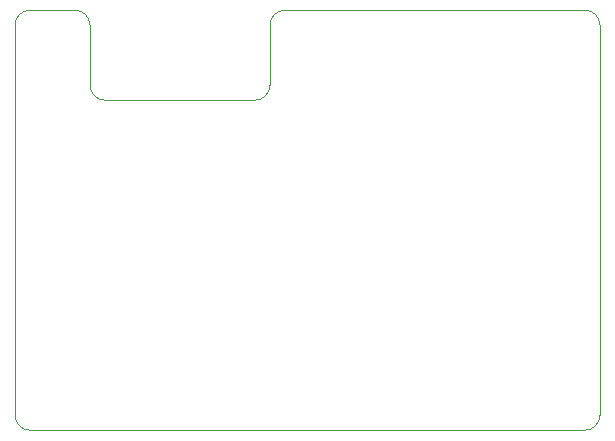
<source format=gbr>
%TF.GenerationSoftware,KiCad,Pcbnew,(5.1.9-0-10_14)*%
%TF.CreationDate,2021-06-15T10:39:12+02:00*%
%TF.ProjectId,WLED_Controller,574c4544-5f43-46f6-9e74-726f6c6c6572,rev?*%
%TF.SameCoordinates,Original*%
%TF.FileFunction,Profile,NP*%
%FSLAX46Y46*%
G04 Gerber Fmt 4.6, Leading zero omitted, Abs format (unit mm)*
G04 Created by KiCad (PCBNEW (5.1.9-0-10_14)) date 2021-06-15 10:39:12*
%MOMM*%
%LPD*%
G01*
G04 APERTURE LIST*
%TA.AperFunction,Profile*%
%ADD10C,0.050000*%
%TD*%
G04 APERTURE END LIST*
D10*
X111760000Y-59690000D02*
X135890000Y-59690000D01*
X110490000Y-66040000D02*
X110490000Y-60960000D01*
X96520000Y-67310000D02*
X109220000Y-67310000D01*
X95250000Y-60960000D02*
X95250000Y-66040000D01*
X90170000Y-59690000D02*
X93980000Y-59690000D01*
X110490000Y-66040000D02*
G75*
G02*
X109220000Y-67310000I-1270000J0D01*
G01*
X96520000Y-67310000D02*
G75*
G02*
X95250000Y-66040000I0J1270000D01*
G01*
X110490000Y-60960000D02*
G75*
G02*
X111760000Y-59690000I1270000J0D01*
G01*
X93980000Y-59690000D02*
G75*
G02*
X95250000Y-60960000I0J-1270000D01*
G01*
X137160000Y-95250000D02*
X135890000Y-95250000D01*
X138430000Y-60960000D02*
X138430000Y-93980000D01*
X135890000Y-59690000D02*
X137160000Y-59690000D01*
X137160000Y-59690000D02*
G75*
G02*
X138430000Y-60960000I0J-1270000D01*
G01*
X138430000Y-93980000D02*
G75*
G02*
X137160000Y-95250000I-1270000J0D01*
G01*
X88900000Y-93980000D02*
X88900000Y-60960000D01*
X135890000Y-95250000D02*
X90170000Y-95250000D01*
X90170000Y-95250000D02*
G75*
G02*
X88900000Y-93980000I0J1270000D01*
G01*
X88900000Y-60960000D02*
G75*
G02*
X90170000Y-59690000I1270000J0D01*
G01*
M02*

</source>
